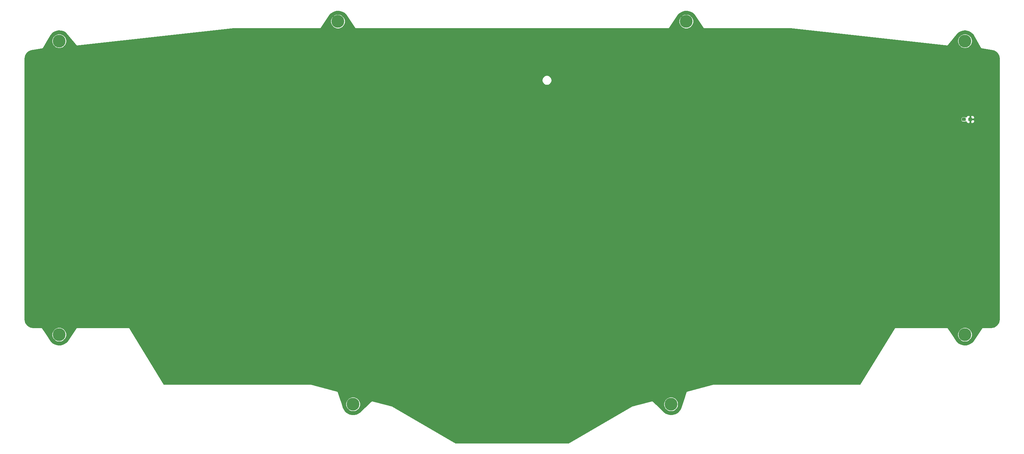
<source format=gbr>
G04 #@! TF.GenerationSoftware,KiCad,Pcbnew,(5.1.4-0)*
G04 #@! TF.CreationDate,2021-10-30T17:16:14-05:00*
G04 #@! TF.ProjectId,top_plate,746f705f-706c-4617-9465-2e6b69636164,rev?*
G04 #@! TF.SameCoordinates,Original*
G04 #@! TF.FileFunction,Copper,L1,Top*
G04 #@! TF.FilePolarity,Positive*
%FSLAX46Y46*%
G04 Gerber Fmt 4.6, Leading zero omitted, Abs format (unit mm)*
G04 Created by KiCad (PCBNEW (5.1.4-0)) date 2021-10-30 17:16:14*
%MOMM*%
%LPD*%
G04 APERTURE LIST*
%ADD10C,0.100000*%
%ADD11C,0.950000*%
%ADD12C,3.500000*%
%ADD13C,0.500000*%
%ADD14C,0.250000*%
%ADD15C,0.254000*%
G04 APERTURE END LIST*
D10*
G36*
X321501376Y-99538770D02*
G01*
X321524431Y-99542189D01*
X321547040Y-99547853D01*
X321568984Y-99555705D01*
X321590054Y-99565670D01*
X321610045Y-99577652D01*
X321628765Y-99591536D01*
X321646035Y-99607188D01*
X321661687Y-99624458D01*
X321675571Y-99643178D01*
X321687553Y-99663169D01*
X321697518Y-99684239D01*
X321705370Y-99706183D01*
X321711034Y-99728792D01*
X321714453Y-99751847D01*
X321715597Y-99775126D01*
X321715597Y-100250126D01*
X321714453Y-100273405D01*
X321711034Y-100296460D01*
X321705370Y-100319069D01*
X321697518Y-100341013D01*
X321687553Y-100362083D01*
X321675571Y-100382074D01*
X321661687Y-100400794D01*
X321646035Y-100418064D01*
X321628765Y-100433716D01*
X321610045Y-100447600D01*
X321590054Y-100459582D01*
X321568984Y-100469547D01*
X321547040Y-100477399D01*
X321524431Y-100483063D01*
X321501376Y-100486482D01*
X321478097Y-100487626D01*
X320903097Y-100487626D01*
X320879818Y-100486482D01*
X320856763Y-100483063D01*
X320834154Y-100477399D01*
X320812210Y-100469547D01*
X320791140Y-100459582D01*
X320771149Y-100447600D01*
X320752429Y-100433716D01*
X320735159Y-100418064D01*
X320719507Y-100400794D01*
X320705623Y-100382074D01*
X320693641Y-100362083D01*
X320683676Y-100341013D01*
X320675824Y-100319069D01*
X320670160Y-100296460D01*
X320666741Y-100273405D01*
X320665597Y-100250126D01*
X320665597Y-99775126D01*
X320666741Y-99751847D01*
X320670160Y-99728792D01*
X320675824Y-99706183D01*
X320683676Y-99684239D01*
X320693641Y-99663169D01*
X320705623Y-99643178D01*
X320719507Y-99624458D01*
X320735159Y-99607188D01*
X320752429Y-99591536D01*
X320771149Y-99577652D01*
X320791140Y-99565670D01*
X320812210Y-99555705D01*
X320834154Y-99547853D01*
X320856763Y-99542189D01*
X320879818Y-99538770D01*
X320903097Y-99537626D01*
X321478097Y-99537626D01*
X321501376Y-99538770D01*
X321501376Y-99538770D01*
G37*
D11*
X321190597Y-100012626D03*
D10*
G36*
X323251376Y-99538770D02*
G01*
X323274431Y-99542189D01*
X323297040Y-99547853D01*
X323318984Y-99555705D01*
X323340054Y-99565670D01*
X323360045Y-99577652D01*
X323378765Y-99591536D01*
X323396035Y-99607188D01*
X323411687Y-99624458D01*
X323425571Y-99643178D01*
X323437553Y-99663169D01*
X323447518Y-99684239D01*
X323455370Y-99706183D01*
X323461034Y-99728792D01*
X323464453Y-99751847D01*
X323465597Y-99775126D01*
X323465597Y-100250126D01*
X323464453Y-100273405D01*
X323461034Y-100296460D01*
X323455370Y-100319069D01*
X323447518Y-100341013D01*
X323437553Y-100362083D01*
X323425571Y-100382074D01*
X323411687Y-100400794D01*
X323396035Y-100418064D01*
X323378765Y-100433716D01*
X323360045Y-100447600D01*
X323340054Y-100459582D01*
X323318984Y-100469547D01*
X323297040Y-100477399D01*
X323274431Y-100483063D01*
X323251376Y-100486482D01*
X323228097Y-100487626D01*
X322653097Y-100487626D01*
X322629818Y-100486482D01*
X322606763Y-100483063D01*
X322584154Y-100477399D01*
X322562210Y-100469547D01*
X322541140Y-100459582D01*
X322521149Y-100447600D01*
X322502429Y-100433716D01*
X322485159Y-100418064D01*
X322469507Y-100400794D01*
X322455623Y-100382074D01*
X322443641Y-100362083D01*
X322433676Y-100341013D01*
X322425824Y-100319069D01*
X322420160Y-100296460D01*
X322416741Y-100273405D01*
X322415597Y-100250126D01*
X322415597Y-99775126D01*
X322416741Y-99751847D01*
X322420160Y-99728792D01*
X322425824Y-99706183D01*
X322433676Y-99684239D01*
X322443641Y-99663169D01*
X322455623Y-99643178D01*
X322469507Y-99624458D01*
X322485159Y-99607188D01*
X322502429Y-99591536D01*
X322521149Y-99577652D01*
X322541140Y-99565670D01*
X322562210Y-99555705D01*
X322584154Y-99547853D01*
X322606763Y-99542189D01*
X322629818Y-99538770D01*
X322653097Y-99537626D01*
X323228097Y-99537626D01*
X323251376Y-99538770D01*
X323251376Y-99538770D01*
G37*
D11*
X322940597Y-100012626D03*
D12*
X73819060Y-78581485D03*
X73820040Y-158948739D03*
X150019380Y-73223743D03*
X154187295Y-177998755D03*
X245269780Y-73223743D03*
X241102993Y-177998755D03*
X321470256Y-78581436D03*
X321470100Y-158948675D03*
D13*
X324446847Y-100012626D03*
D14*
X322940597Y-100012626D02*
X324446847Y-100012626D01*
D15*
G36*
X245956876Y-70484692D02*
G01*
X246475829Y-70670197D01*
X246948874Y-70952972D01*
X247360828Y-71324806D01*
X247529519Y-71528720D01*
X249902320Y-75087923D01*
X249905888Y-75094599D01*
X249914578Y-75105187D01*
X249924769Y-75117630D01*
X249924832Y-75117682D01*
X249924883Y-75117744D01*
X249936232Y-75127058D01*
X249947893Y-75136649D01*
X249947966Y-75136688D01*
X249948028Y-75136739D01*
X249960967Y-75143655D01*
X249974284Y-75150791D01*
X249974363Y-75150815D01*
X249974434Y-75150853D01*
X249988424Y-75155096D01*
X250002928Y-75159513D01*
X250003011Y-75159521D01*
X250003086Y-75159544D01*
X250017628Y-75160976D01*
X250032722Y-75162479D01*
X250040265Y-75161744D01*
X273835895Y-75161605D01*
X316641945Y-79856746D01*
X316649344Y-79858297D01*
X316664523Y-79858453D01*
X316679168Y-79858615D01*
X316679225Y-79858604D01*
X316679283Y-79858605D01*
X316694223Y-79855794D01*
X316708597Y-79853100D01*
X316708649Y-79853079D01*
X316708708Y-79853068D01*
X316723102Y-79847279D01*
X316736384Y-79841949D01*
X316736430Y-79841919D01*
X316736487Y-79841896D01*
X316749124Y-79833639D01*
X316761463Y-79825591D01*
X316761506Y-79825549D01*
X316761552Y-79825519D01*
X316771910Y-79815373D01*
X316782868Y-79804655D01*
X316787136Y-79798418D01*
X317972753Y-78383764D01*
X319463256Y-78383764D01*
X319463256Y-78779108D01*
X319540384Y-79166856D01*
X319691676Y-79532107D01*
X319911317Y-79860824D01*
X320190868Y-80140375D01*
X320519585Y-80360016D01*
X320884836Y-80511308D01*
X321272584Y-80588436D01*
X321667928Y-80588436D01*
X322055676Y-80511308D01*
X322420927Y-80360016D01*
X322749644Y-80140375D01*
X323029195Y-79860824D01*
X323248836Y-79532107D01*
X323400128Y-79166856D01*
X323477256Y-78779108D01*
X323477256Y-78383764D01*
X323400128Y-77996016D01*
X323248836Y-77630765D01*
X323029195Y-77302048D01*
X322749644Y-77022497D01*
X322420927Y-76802856D01*
X322055676Y-76651564D01*
X321667928Y-76574436D01*
X321272584Y-76574436D01*
X320884836Y-76651564D01*
X320519585Y-76802856D01*
X320190868Y-77022497D01*
X319911317Y-77302048D01*
X319691676Y-77630765D01*
X319540384Y-77996016D01*
X319463256Y-78383764D01*
X317972753Y-78383764D01*
X319476176Y-76589911D01*
X319901609Y-76240455D01*
X320386159Y-75980643D01*
X320911935Y-75819897D01*
X321458931Y-75764335D01*
X322006292Y-75816075D01*
X322533185Y-75973150D01*
X323019531Y-76229571D01*
X323446810Y-76575575D01*
X323802855Y-77002913D01*
X323840453Y-77059913D01*
X325826287Y-80568409D01*
X325826323Y-80568519D01*
X325833409Y-80580993D01*
X325837276Y-80587825D01*
X325837349Y-80587929D01*
X325841112Y-80594553D01*
X325845939Y-80600136D01*
X325850192Y-80606179D01*
X325855715Y-80611441D01*
X325860696Y-80617202D01*
X325866518Y-80621734D01*
X325871869Y-80626833D01*
X325878313Y-80630917D01*
X325884322Y-80635595D01*
X325890916Y-80638904D01*
X325897159Y-80642861D01*
X325904276Y-80645609D01*
X325911082Y-80649025D01*
X325918197Y-80650985D01*
X325925091Y-80653647D01*
X325932606Y-80654954D01*
X325932719Y-80654985D01*
X325939867Y-80656217D01*
X325954590Y-80658777D01*
X325954710Y-80658774D01*
X328595556Y-81113795D01*
X328601026Y-81114192D01*
X329046868Y-81157908D01*
X329463238Y-81283617D01*
X329847258Y-81487804D01*
X330184307Y-81762694D01*
X330461539Y-82097811D01*
X330668406Y-82480404D01*
X330797019Y-82895882D01*
X330843234Y-83335591D01*
X330843264Y-83344232D01*
X330843289Y-154774035D01*
X330800116Y-155214340D01*
X330674407Y-155630710D01*
X330470219Y-156014731D01*
X330195330Y-156351779D01*
X329860213Y-156629011D01*
X329477620Y-156835878D01*
X329062142Y-156964491D01*
X328622433Y-157010706D01*
X328613732Y-157010736D01*
X326243900Y-157010800D01*
X326232658Y-157009705D01*
X326202864Y-157012671D01*
X326174220Y-157021393D01*
X326147829Y-157035535D01*
X326124705Y-157054554D01*
X326110485Y-157071917D01*
X326109246Y-157073776D01*
X326105821Y-157077949D01*
X326103223Y-157082810D01*
X323731576Y-160640283D01*
X323357272Y-161049195D01*
X322913287Y-161375694D01*
X322414333Y-161609741D01*
X321879424Y-161742416D01*
X321328939Y-161768666D01*
X320783836Y-161687493D01*
X320264881Y-161501988D01*
X319791834Y-161219212D01*
X319379880Y-160847378D01*
X319211192Y-160643468D01*
X317949549Y-158751003D01*
X319463100Y-158751003D01*
X319463100Y-159146347D01*
X319540228Y-159534095D01*
X319691520Y-159899346D01*
X319911161Y-160228063D01*
X320190712Y-160507614D01*
X320519429Y-160727255D01*
X320884680Y-160878547D01*
X321272428Y-160955675D01*
X321667772Y-160955675D01*
X322055520Y-160878547D01*
X322420771Y-160727255D01*
X322749488Y-160507614D01*
X323029039Y-160228063D01*
X323248680Y-159899346D01*
X323399972Y-159534095D01*
X323477100Y-159146347D01*
X323477100Y-158751003D01*
X323399972Y-158363255D01*
X323248680Y-157998004D01*
X323029039Y-157669287D01*
X322749488Y-157389736D01*
X322420771Y-157170095D01*
X322055520Y-157018803D01*
X321667772Y-156941675D01*
X321272428Y-156941675D01*
X320884680Y-157018803D01*
X320519429Y-157170095D01*
X320190712Y-157389736D01*
X319911161Y-157669287D01*
X319691520Y-157998004D01*
X319540228Y-158363255D01*
X319463100Y-158751003D01*
X317949549Y-158751003D01*
X316837421Y-157082811D01*
X316834818Y-157077942D01*
X316831391Y-157073766D01*
X316830158Y-157071917D01*
X316815938Y-157054554D01*
X316792814Y-157035535D01*
X316766423Y-157021393D01*
X316737779Y-157012671D01*
X316707985Y-157009705D01*
X316696744Y-157010800D01*
X302424643Y-157011161D01*
X302414302Y-157010532D01*
X302402272Y-157012174D01*
X302390220Y-157013361D01*
X302387477Y-157014193D01*
X302384635Y-157014581D01*
X302373166Y-157018534D01*
X302361568Y-157022053D01*
X302359041Y-157023404D01*
X302356328Y-157024339D01*
X302345846Y-157030457D01*
X302335162Y-157036168D01*
X302332948Y-157037985D01*
X302330469Y-157039432D01*
X302321381Y-157047478D01*
X302312018Y-157055163D01*
X302310200Y-157057378D01*
X302308052Y-157059280D01*
X302300711Y-157068941D01*
X302293023Y-157078309D01*
X302288149Y-157087428D01*
X292811555Y-172488732D01*
X252703760Y-172488732D01*
X252701190Y-172488985D01*
X252700992Y-172488979D01*
X252700616Y-172489042D01*
X252681425Y-172490932D01*
X252652773Y-172499623D01*
X252652477Y-172499781D01*
X245391097Y-174457745D01*
X245383744Y-174458966D01*
X245376676Y-174461634D01*
X245376634Y-174461645D01*
X245370658Y-174463905D01*
X245355731Y-174469539D01*
X245355685Y-174469568D01*
X245355642Y-174469584D01*
X245343696Y-174477038D01*
X245330319Y-174485373D01*
X245330282Y-174485408D01*
X245330240Y-174485434D01*
X245319304Y-174495709D01*
X245308485Y-174505861D01*
X245308457Y-174505901D01*
X245308419Y-174505936D01*
X245300012Y-174517708D01*
X245291067Y-174530215D01*
X245291044Y-174530265D01*
X245291018Y-174530302D01*
X245285393Y-174542769D01*
X245281823Y-174550666D01*
X245281805Y-174550720D01*
X245278703Y-174557594D01*
X245277025Y-174564843D01*
X243797869Y-178935467D01*
X243562549Y-179442654D01*
X243237141Y-179889063D01*
X242831216Y-180263770D01*
X242360248Y-180552493D01*
X241842163Y-180744241D01*
X241296702Y-180831706D01*
X240744641Y-180811559D01*
X240207011Y-180684569D01*
X239703229Y-180455088D01*
X239319351Y-180188038D01*
X236778398Y-177801083D01*
X239095993Y-177801083D01*
X239095993Y-178196427D01*
X239173121Y-178584175D01*
X239324413Y-178949426D01*
X239544054Y-179278143D01*
X239823605Y-179557694D01*
X240152322Y-179777335D01*
X240517573Y-179928627D01*
X240905321Y-180005755D01*
X241300665Y-180005755D01*
X241688413Y-179928627D01*
X242053664Y-179777335D01*
X242382381Y-179557694D01*
X242661932Y-179278143D01*
X242881573Y-178949426D01*
X243032865Y-178584175D01*
X243109993Y-178196427D01*
X243109993Y-177801083D01*
X243032865Y-177413335D01*
X242881573Y-177048084D01*
X242661932Y-176719367D01*
X242382381Y-176439816D01*
X242053664Y-176220175D01*
X241688413Y-176068883D01*
X241300665Y-175991755D01*
X240905321Y-175991755D01*
X240517573Y-176068883D01*
X240152322Y-176220175D01*
X239823605Y-176439816D01*
X239544054Y-176719367D01*
X239324413Y-177048084D01*
X239173121Y-177413335D01*
X239095993Y-177801083D01*
X236778398Y-177801083D01*
X236031221Y-177099190D01*
X236024522Y-177091986D01*
X236014256Y-177084574D01*
X236004256Y-177076878D01*
X236002154Y-177075837D01*
X236000246Y-177074460D01*
X235988745Y-177069200D01*
X235977423Y-177063595D01*
X235975154Y-177062983D01*
X235973017Y-177062006D01*
X235960731Y-177059095D01*
X235948513Y-177055802D01*
X235946164Y-177055645D01*
X235943882Y-177055104D01*
X235931264Y-177054646D01*
X235918640Y-177053800D01*
X235916310Y-177054103D01*
X235913961Y-177054018D01*
X235901474Y-177056034D01*
X235888949Y-177057664D01*
X235879641Y-177060808D01*
X230586721Y-178458939D01*
X230574288Y-178461840D01*
X230565433Y-178465854D01*
X230556344Y-178469238D01*
X230545515Y-178475919D01*
X213082540Y-188562390D01*
X182207348Y-188562156D01*
X164744828Y-178475314D01*
X164733944Y-178468599D01*
X164724832Y-178465206D01*
X164716003Y-178461204D01*
X164703614Y-178458312D01*
X159410663Y-177060175D01*
X159401340Y-177057025D01*
X159388788Y-177055392D01*
X159376326Y-177053380D01*
X159373979Y-177053465D01*
X159371648Y-177053162D01*
X159359024Y-177054008D01*
X159346406Y-177054466D01*
X159344124Y-177055006D01*
X159341774Y-177055164D01*
X159329549Y-177058459D01*
X159317271Y-177061368D01*
X159315136Y-177062345D01*
X159312864Y-177062957D01*
X159301519Y-177068573D01*
X159290042Y-177073822D01*
X159288140Y-177075195D01*
X159286031Y-177076239D01*
X159276004Y-177083956D01*
X159265766Y-177091348D01*
X159259074Y-177098544D01*
X155971780Y-180186610D01*
X155511405Y-180496664D01*
X155001991Y-180710380D01*
X154460770Y-180821080D01*
X153908355Y-180824547D01*
X153365783Y-180720651D01*
X152853728Y-180513348D01*
X152391690Y-180210534D01*
X151997267Y-179823744D01*
X151684828Y-179366748D01*
X151492790Y-178935927D01*
X151108724Y-177801083D01*
X152180295Y-177801083D01*
X152180295Y-178196427D01*
X152257423Y-178584175D01*
X152408715Y-178949426D01*
X152628356Y-179278143D01*
X152907907Y-179557694D01*
X153236624Y-179777335D01*
X153601875Y-179928627D01*
X153989623Y-180005755D01*
X154384967Y-180005755D01*
X154772715Y-179928627D01*
X155137966Y-179777335D01*
X155466683Y-179557694D01*
X155746234Y-179278143D01*
X155965875Y-178949426D01*
X156117167Y-178584175D01*
X156194295Y-178196427D01*
X156194295Y-177801083D01*
X156117167Y-177413335D01*
X155965875Y-177048084D01*
X155746234Y-176719367D01*
X155466683Y-176439816D01*
X155137966Y-176220175D01*
X154772715Y-176068883D01*
X154384967Y-175991755D01*
X153989623Y-175991755D01*
X153601875Y-176068883D01*
X153236624Y-176220175D01*
X152907907Y-176439816D01*
X152628356Y-176719367D01*
X152408715Y-177048084D01*
X152257423Y-177413335D01*
X152180295Y-177801083D01*
X151108724Y-177801083D01*
X150013266Y-174564216D01*
X150011585Y-174556955D01*
X150008478Y-174550069D01*
X150008464Y-174550028D01*
X150005739Y-174544000D01*
X149999270Y-174529663D01*
X149999240Y-174529621D01*
X149999220Y-174529577D01*
X149991443Y-174518703D01*
X149981869Y-174505297D01*
X149981826Y-174505257D01*
X149981802Y-174505223D01*
X149972598Y-174496587D01*
X149960048Y-174484795D01*
X149960000Y-174484765D01*
X149959968Y-174484735D01*
X149948447Y-174477556D01*
X149934646Y-174468945D01*
X149934597Y-174468926D01*
X149934556Y-174468901D01*
X149921443Y-174463952D01*
X149913654Y-174461006D01*
X149913599Y-174460991D01*
X149906543Y-174458328D01*
X149899202Y-174457109D01*
X142620888Y-172494580D01*
X142608860Y-172490932D01*
X142599031Y-172489964D01*
X142589295Y-172488341D01*
X142576736Y-172488732D01*
X102479116Y-172489350D01*
X93001014Y-157087435D01*
X92996137Y-157078309D01*
X92988430Y-157068918D01*
X92981101Y-157059274D01*
X92978961Y-157057379D01*
X92977142Y-157055163D01*
X92967758Y-157047462D01*
X92958683Y-157039427D01*
X92956211Y-157037984D01*
X92953998Y-157036168D01*
X92943309Y-157030454D01*
X92932824Y-157024335D01*
X92930114Y-157023401D01*
X92927592Y-157022053D01*
X92915990Y-157018533D01*
X92904516Y-157014579D01*
X92901679Y-157014192D01*
X92898940Y-157013361D01*
X92886877Y-157012173D01*
X92874849Y-157010532D01*
X92864520Y-157011161D01*
X78592260Y-157010800D01*
X78582866Y-157009885D01*
X78553072Y-157012851D01*
X78524428Y-157021573D01*
X78498037Y-157035715D01*
X78474913Y-157054734D01*
X78460693Y-157072097D01*
X78460095Y-157072994D01*
X78456034Y-157077942D01*
X78452950Y-157083712D01*
X76081784Y-160640463D01*
X75707480Y-161049375D01*
X75263495Y-161375874D01*
X74764541Y-161609921D01*
X74229632Y-161742596D01*
X73679147Y-161768846D01*
X73134044Y-161687673D01*
X72615089Y-161502168D01*
X72142042Y-161219392D01*
X71730088Y-160847558D01*
X71561400Y-160643648D01*
X70299680Y-158751067D01*
X71813040Y-158751067D01*
X71813040Y-159146411D01*
X71890168Y-159534159D01*
X72041460Y-159899410D01*
X72261101Y-160228127D01*
X72540652Y-160507678D01*
X72869369Y-160727319D01*
X73234620Y-160878611D01*
X73622368Y-160955739D01*
X74017712Y-160955739D01*
X74405460Y-160878611D01*
X74770711Y-160727319D01*
X75099428Y-160507678D01*
X75378979Y-160228127D01*
X75598620Y-159899410D01*
X75749912Y-159534159D01*
X75827040Y-159146411D01*
X75827040Y-158751067D01*
X75749912Y-158363319D01*
X75598620Y-157998068D01*
X75378979Y-157669351D01*
X75099428Y-157389800D01*
X74770711Y-157170159D01*
X74405460Y-157018867D01*
X74017712Y-156941739D01*
X73622368Y-156941739D01*
X73234620Y-157018867D01*
X72869369Y-157170159D01*
X72540652Y-157389800D01*
X72261101Y-157669351D01*
X72041460Y-157998068D01*
X71890168Y-158363319D01*
X71813040Y-158751067D01*
X70299680Y-158751067D01*
X69188111Y-157083715D01*
X69185016Y-157077926D01*
X69180951Y-157072975D01*
X69180366Y-157072097D01*
X69166146Y-157054734D01*
X69143022Y-157035715D01*
X69116631Y-157021573D01*
X69087987Y-157012851D01*
X69058193Y-157009885D01*
X69048788Y-157010802D01*
X66682716Y-157011160D01*
X66242424Y-156967988D01*
X65826054Y-156842279D01*
X65442033Y-156638091D01*
X65104985Y-156363202D01*
X64827753Y-156028085D01*
X64620886Y-155645492D01*
X64492273Y-155230014D01*
X64446058Y-154790305D01*
X64446027Y-154781378D01*
X64446019Y-154781299D01*
X64446025Y-99775126D01*
X320407354Y-99775126D01*
X320407354Y-100250126D01*
X320416880Y-100346841D01*
X320445090Y-100439839D01*
X320490902Y-100525546D01*
X320552554Y-100600669D01*
X320627677Y-100662321D01*
X320713384Y-100708133D01*
X320806382Y-100736343D01*
X320903097Y-100745869D01*
X321478097Y-100745869D01*
X321574812Y-100736343D01*
X321667810Y-100708133D01*
X321753517Y-100662321D01*
X321794752Y-100628481D01*
X321826095Y-100731806D01*
X321885060Y-100842120D01*
X321964412Y-100938811D01*
X322061103Y-101018163D01*
X322171417Y-101077128D01*
X322291115Y-101113438D01*
X322415597Y-101125698D01*
X322654847Y-101122626D01*
X322813597Y-100963876D01*
X322813597Y-100139626D01*
X323067597Y-100139626D01*
X323067597Y-100963876D01*
X323226347Y-101122626D01*
X323465597Y-101125698D01*
X323590079Y-101113438D01*
X323709777Y-101077128D01*
X323820091Y-101018163D01*
X323916782Y-100938811D01*
X323996134Y-100842120D01*
X324055099Y-100731806D01*
X324091409Y-100612108D01*
X324103669Y-100487626D01*
X324100597Y-100298376D01*
X323941847Y-100139626D01*
X323067597Y-100139626D01*
X322813597Y-100139626D01*
X322793597Y-100139626D01*
X322793597Y-99885626D01*
X322813597Y-99885626D01*
X322813597Y-99061376D01*
X323067597Y-99061376D01*
X323067597Y-99885626D01*
X323941847Y-99885626D01*
X324100597Y-99726876D01*
X324103669Y-99537626D01*
X324091409Y-99413144D01*
X324055099Y-99293446D01*
X323996134Y-99183132D01*
X323916782Y-99086441D01*
X323820091Y-99007089D01*
X323709777Y-98948124D01*
X323590079Y-98911814D01*
X323465597Y-98899554D01*
X323226347Y-98902626D01*
X323067597Y-99061376D01*
X322813597Y-99061376D01*
X322654847Y-98902626D01*
X322415597Y-98899554D01*
X322291115Y-98911814D01*
X322171417Y-98948124D01*
X322061103Y-99007089D01*
X321964412Y-99086441D01*
X321885060Y-99183132D01*
X321826095Y-99293446D01*
X321794752Y-99396771D01*
X321753517Y-99362931D01*
X321667810Y-99317119D01*
X321574812Y-99288909D01*
X321478097Y-99279383D01*
X320903097Y-99279383D01*
X320806382Y-99288909D01*
X320713384Y-99317119D01*
X320627677Y-99362931D01*
X320552554Y-99424583D01*
X320490902Y-99499706D01*
X320445090Y-99585413D01*
X320416880Y-99678411D01*
X320407354Y-99775126D01*
X64446025Y-99775126D01*
X64446027Y-89163399D01*
X205813418Y-89163399D01*
X205813418Y-89430705D01*
X205865567Y-89692874D01*
X205967860Y-89939833D01*
X206116367Y-90162089D01*
X206305381Y-90351103D01*
X206527637Y-90499610D01*
X206774596Y-90601903D01*
X207036765Y-90654052D01*
X207304071Y-90654052D01*
X207566240Y-90601903D01*
X207813199Y-90499610D01*
X208035455Y-90351103D01*
X208224469Y-90162089D01*
X208372976Y-89939833D01*
X208475269Y-89692874D01*
X208527418Y-89430705D01*
X208527418Y-89163399D01*
X208475269Y-88901230D01*
X208372976Y-88654271D01*
X208224469Y-88432015D01*
X208035455Y-88243001D01*
X207813199Y-88094494D01*
X207566240Y-87992201D01*
X207304071Y-87940052D01*
X207036765Y-87940052D01*
X206774596Y-87992201D01*
X206527637Y-88094494D01*
X206305381Y-88243001D01*
X206116367Y-88432015D01*
X205967860Y-88654271D01*
X205865567Y-88901230D01*
X205813418Y-89163399D01*
X64446027Y-89163399D01*
X64446028Y-83351427D01*
X64489200Y-82911132D01*
X64614909Y-82494762D01*
X64819096Y-82110742D01*
X65093986Y-81773693D01*
X65429103Y-81496461D01*
X65811696Y-81289594D01*
X66227174Y-81160981D01*
X66666459Y-81114811D01*
X66671352Y-81115420D01*
X66693735Y-81113795D01*
X69334587Y-80658774D01*
X69334701Y-80658777D01*
X69348695Y-80656343D01*
X69356573Y-80654986D01*
X69356697Y-80654952D01*
X69364200Y-80653647D01*
X69371082Y-80650990D01*
X69378210Y-80649026D01*
X69385031Y-80645603D01*
X69392131Y-80642861D01*
X69398359Y-80638914D01*
X69404970Y-80635596D01*
X69410994Y-80630906D01*
X69417421Y-80626833D01*
X69422758Y-80621748D01*
X69428596Y-80617203D01*
X69433592Y-80611425D01*
X69439098Y-80606179D01*
X69443340Y-80600152D01*
X69448180Y-80594554D01*
X69451950Y-80587917D01*
X69452015Y-80587825D01*
X69455452Y-80581753D01*
X69462969Y-80568520D01*
X69463008Y-80568404D01*
X70699503Y-78383813D01*
X71812060Y-78383813D01*
X71812060Y-78779157D01*
X71889188Y-79166905D01*
X72040480Y-79532156D01*
X72260121Y-79860873D01*
X72539672Y-80140424D01*
X72868389Y-80360065D01*
X73233640Y-80511357D01*
X73621388Y-80588485D01*
X74016732Y-80588485D01*
X74404480Y-80511357D01*
X74769731Y-80360065D01*
X75098448Y-80140424D01*
X75377999Y-79860873D01*
X75597640Y-79532156D01*
X75748932Y-79166905D01*
X75826060Y-78779157D01*
X75826060Y-78383813D01*
X75748932Y-77996065D01*
X75597640Y-77630814D01*
X75377999Y-77302097D01*
X75098448Y-77022546D01*
X74769731Y-76802905D01*
X74404480Y-76651613D01*
X74016732Y-76574485D01*
X73621388Y-76574485D01*
X73233640Y-76651613D01*
X72868389Y-76802905D01*
X72539672Y-77022546D01*
X72260121Y-77302097D01*
X72040480Y-77630814D01*
X71889188Y-77996065D01*
X71812060Y-78383813D01*
X70699503Y-78383813D01*
X71445693Y-77065474D01*
X71787900Y-76630905D01*
X72205470Y-76273248D01*
X72684559Y-76003507D01*
X73206921Y-75831956D01*
X73752647Y-75765135D01*
X74300961Y-75805586D01*
X74830977Y-75951769D01*
X75322509Y-76198117D01*
X75761892Y-76539173D01*
X75809002Y-76585001D01*
X78502160Y-79798424D01*
X78506424Y-79804655D01*
X78516394Y-79814406D01*
X78527739Y-79825519D01*
X78527791Y-79825553D01*
X78527830Y-79825591D01*
X78539270Y-79833053D01*
X78552804Y-79841896D01*
X78552863Y-79841920D01*
X78552908Y-79841949D01*
X78565729Y-79847094D01*
X78580583Y-79853068D01*
X78580644Y-79853079D01*
X78580695Y-79853100D01*
X78594825Y-79855748D01*
X78610008Y-79858605D01*
X78610067Y-79858604D01*
X78610124Y-79858615D01*
X78624776Y-79858453D01*
X78639948Y-79858297D01*
X78647347Y-79856746D01*
X121453406Y-75161605D01*
X145250586Y-75161744D01*
X145258129Y-75162479D01*
X145273129Y-75160986D01*
X145287766Y-75159544D01*
X145287841Y-75159521D01*
X145287923Y-75159513D01*
X145302167Y-75155176D01*
X145316418Y-75150853D01*
X145316490Y-75150814D01*
X145316567Y-75150791D01*
X145329493Y-75143865D01*
X145342824Y-75136739D01*
X145342888Y-75136687D01*
X145342958Y-75136649D01*
X145354159Y-75127437D01*
X145365969Y-75117744D01*
X145366022Y-75117679D01*
X145366082Y-75117630D01*
X145375378Y-75106279D01*
X145384964Y-75094599D01*
X145388536Y-75087916D01*
X146763098Y-73026071D01*
X148012380Y-73026071D01*
X148012380Y-73421415D01*
X148089508Y-73809163D01*
X148240800Y-74174414D01*
X148460441Y-74503131D01*
X148739992Y-74782682D01*
X149068709Y-75002323D01*
X149433960Y-75153615D01*
X149821708Y-75230743D01*
X150217052Y-75230743D01*
X150604800Y-75153615D01*
X150970051Y-75002323D01*
X151298768Y-74782682D01*
X151578319Y-74503131D01*
X151797960Y-74174414D01*
X151949252Y-73809163D01*
X152026380Y-73421415D01*
X152026380Y-73026071D01*
X151949252Y-72638323D01*
X151797960Y-72273072D01*
X151578319Y-71944355D01*
X151298768Y-71664804D01*
X150970051Y-71445163D01*
X150604800Y-71293871D01*
X150217052Y-71216743D01*
X149821708Y-71216743D01*
X149433960Y-71293871D01*
X149068709Y-71445163D01*
X148739992Y-71664804D01*
X148460441Y-71944355D01*
X148240800Y-72273072D01*
X148089508Y-72638323D01*
X148012380Y-73026071D01*
X146763098Y-73026071D01*
X147759214Y-71531898D01*
X148133516Y-71122989D01*
X148577504Y-70796489D01*
X149076455Y-70562443D01*
X149611364Y-70429768D01*
X150161849Y-70403518D01*
X150706956Y-70484692D01*
X151225909Y-70670197D01*
X151698954Y-70952972D01*
X152110908Y-71324806D01*
X152279599Y-71528720D01*
X154652395Y-75087915D01*
X154655967Y-75094599D01*
X154665553Y-75106279D01*
X154674849Y-75117630D01*
X154674909Y-75117679D01*
X154674962Y-75117744D01*
X154686772Y-75127437D01*
X154697973Y-75136649D01*
X154698043Y-75136687D01*
X154698107Y-75136739D01*
X154711438Y-75143865D01*
X154724364Y-75150791D01*
X154724441Y-75150814D01*
X154724513Y-75150853D01*
X154738764Y-75155176D01*
X154753008Y-75159513D01*
X154753090Y-75159521D01*
X154753165Y-75159544D01*
X154767802Y-75160986D01*
X154782802Y-75162479D01*
X154790344Y-75161744D01*
X240500507Y-75161744D01*
X240508049Y-75162479D01*
X240522955Y-75160995D01*
X240537687Y-75159544D01*
X240537763Y-75159521D01*
X240537843Y-75159513D01*
X240551827Y-75155255D01*
X240566339Y-75150853D01*
X240566413Y-75150814D01*
X240566487Y-75150791D01*
X240579021Y-75144074D01*
X240592745Y-75136739D01*
X240592811Y-75136685D01*
X240592878Y-75136649D01*
X240603619Y-75127815D01*
X240615890Y-75117744D01*
X240615945Y-75117677D01*
X240616002Y-75117630D01*
X240624820Y-75106863D01*
X240634885Y-75094599D01*
X240638461Y-75087908D01*
X242013018Y-73026071D01*
X243262780Y-73026071D01*
X243262780Y-73421415D01*
X243339908Y-73809163D01*
X243491200Y-74174414D01*
X243710841Y-74503131D01*
X243990392Y-74782682D01*
X244319109Y-75002323D01*
X244684360Y-75153615D01*
X245072108Y-75230743D01*
X245467452Y-75230743D01*
X245855200Y-75153615D01*
X246220451Y-75002323D01*
X246549168Y-74782682D01*
X246828719Y-74503131D01*
X247048360Y-74174414D01*
X247199652Y-73809163D01*
X247276780Y-73421415D01*
X247276780Y-73026071D01*
X247199652Y-72638323D01*
X247048360Y-72273072D01*
X246828719Y-71944355D01*
X246549168Y-71664804D01*
X246220451Y-71445163D01*
X245855200Y-71293871D01*
X245467452Y-71216743D01*
X245072108Y-71216743D01*
X244684360Y-71293871D01*
X244319109Y-71445163D01*
X243990392Y-71664804D01*
X243710841Y-71944355D01*
X243491200Y-72273072D01*
X243339908Y-72638323D01*
X243262780Y-73026071D01*
X242013018Y-73026071D01*
X243009134Y-71531898D01*
X243383436Y-71122989D01*
X243827424Y-70796489D01*
X244326375Y-70562443D01*
X244861284Y-70429768D01*
X245411769Y-70403518D01*
X245956876Y-70484692D01*
X245956876Y-70484692D01*
G37*
X245956876Y-70484692D02*
X246475829Y-70670197D01*
X246948874Y-70952972D01*
X247360828Y-71324806D01*
X247529519Y-71528720D01*
X249902320Y-75087923D01*
X249905888Y-75094599D01*
X249914578Y-75105187D01*
X249924769Y-75117630D01*
X249924832Y-75117682D01*
X249924883Y-75117744D01*
X249936232Y-75127058D01*
X249947893Y-75136649D01*
X249947966Y-75136688D01*
X249948028Y-75136739D01*
X249960967Y-75143655D01*
X249974284Y-75150791D01*
X249974363Y-75150815D01*
X249974434Y-75150853D01*
X249988424Y-75155096D01*
X250002928Y-75159513D01*
X250003011Y-75159521D01*
X250003086Y-75159544D01*
X250017628Y-75160976D01*
X250032722Y-75162479D01*
X250040265Y-75161744D01*
X273835895Y-75161605D01*
X316641945Y-79856746D01*
X316649344Y-79858297D01*
X316664523Y-79858453D01*
X316679168Y-79858615D01*
X316679225Y-79858604D01*
X316679283Y-79858605D01*
X316694223Y-79855794D01*
X316708597Y-79853100D01*
X316708649Y-79853079D01*
X316708708Y-79853068D01*
X316723102Y-79847279D01*
X316736384Y-79841949D01*
X316736430Y-79841919D01*
X316736487Y-79841896D01*
X316749124Y-79833639D01*
X316761463Y-79825591D01*
X316761506Y-79825549D01*
X316761552Y-79825519D01*
X316771910Y-79815373D01*
X316782868Y-79804655D01*
X316787136Y-79798418D01*
X317972753Y-78383764D01*
X319463256Y-78383764D01*
X319463256Y-78779108D01*
X319540384Y-79166856D01*
X319691676Y-79532107D01*
X319911317Y-79860824D01*
X320190868Y-80140375D01*
X320519585Y-80360016D01*
X320884836Y-80511308D01*
X321272584Y-80588436D01*
X321667928Y-80588436D01*
X322055676Y-80511308D01*
X322420927Y-80360016D01*
X322749644Y-80140375D01*
X323029195Y-79860824D01*
X323248836Y-79532107D01*
X323400128Y-79166856D01*
X323477256Y-78779108D01*
X323477256Y-78383764D01*
X323400128Y-77996016D01*
X323248836Y-77630765D01*
X323029195Y-77302048D01*
X322749644Y-77022497D01*
X322420927Y-76802856D01*
X322055676Y-76651564D01*
X321667928Y-76574436D01*
X321272584Y-76574436D01*
X320884836Y-76651564D01*
X320519585Y-76802856D01*
X320190868Y-77022497D01*
X319911317Y-77302048D01*
X319691676Y-77630765D01*
X319540384Y-77996016D01*
X319463256Y-78383764D01*
X317972753Y-78383764D01*
X319476176Y-76589911D01*
X319901609Y-76240455D01*
X320386159Y-75980643D01*
X320911935Y-75819897D01*
X321458931Y-75764335D01*
X322006292Y-75816075D01*
X322533185Y-75973150D01*
X323019531Y-76229571D01*
X323446810Y-76575575D01*
X323802855Y-77002913D01*
X323840453Y-77059913D01*
X325826287Y-80568409D01*
X325826323Y-80568519D01*
X325833409Y-80580993D01*
X325837276Y-80587825D01*
X325837349Y-80587929D01*
X325841112Y-80594553D01*
X325845939Y-80600136D01*
X325850192Y-80606179D01*
X325855715Y-80611441D01*
X325860696Y-80617202D01*
X325866518Y-80621734D01*
X325871869Y-80626833D01*
X325878313Y-80630917D01*
X325884322Y-80635595D01*
X325890916Y-80638904D01*
X325897159Y-80642861D01*
X325904276Y-80645609D01*
X325911082Y-80649025D01*
X325918197Y-80650985D01*
X325925091Y-80653647D01*
X325932606Y-80654954D01*
X325932719Y-80654985D01*
X325939867Y-80656217D01*
X325954590Y-80658777D01*
X325954710Y-80658774D01*
X328595556Y-81113795D01*
X328601026Y-81114192D01*
X329046868Y-81157908D01*
X329463238Y-81283617D01*
X329847258Y-81487804D01*
X330184307Y-81762694D01*
X330461539Y-82097811D01*
X330668406Y-82480404D01*
X330797019Y-82895882D01*
X330843234Y-83335591D01*
X330843264Y-83344232D01*
X330843289Y-154774035D01*
X330800116Y-155214340D01*
X330674407Y-155630710D01*
X330470219Y-156014731D01*
X330195330Y-156351779D01*
X329860213Y-156629011D01*
X329477620Y-156835878D01*
X329062142Y-156964491D01*
X328622433Y-157010706D01*
X328613732Y-157010736D01*
X326243900Y-157010800D01*
X326232658Y-157009705D01*
X326202864Y-157012671D01*
X326174220Y-157021393D01*
X326147829Y-157035535D01*
X326124705Y-157054554D01*
X326110485Y-157071917D01*
X326109246Y-157073776D01*
X326105821Y-157077949D01*
X326103223Y-157082810D01*
X323731576Y-160640283D01*
X323357272Y-161049195D01*
X322913287Y-161375694D01*
X322414333Y-161609741D01*
X321879424Y-161742416D01*
X321328939Y-161768666D01*
X320783836Y-161687493D01*
X320264881Y-161501988D01*
X319791834Y-161219212D01*
X319379880Y-160847378D01*
X319211192Y-160643468D01*
X317949549Y-158751003D01*
X319463100Y-158751003D01*
X319463100Y-159146347D01*
X319540228Y-159534095D01*
X319691520Y-159899346D01*
X319911161Y-160228063D01*
X320190712Y-160507614D01*
X320519429Y-160727255D01*
X320884680Y-160878547D01*
X321272428Y-160955675D01*
X321667772Y-160955675D01*
X322055520Y-160878547D01*
X322420771Y-160727255D01*
X322749488Y-160507614D01*
X323029039Y-160228063D01*
X323248680Y-159899346D01*
X323399972Y-159534095D01*
X323477100Y-159146347D01*
X323477100Y-158751003D01*
X323399972Y-158363255D01*
X323248680Y-157998004D01*
X323029039Y-157669287D01*
X322749488Y-157389736D01*
X322420771Y-157170095D01*
X322055520Y-157018803D01*
X321667772Y-156941675D01*
X321272428Y-156941675D01*
X320884680Y-157018803D01*
X320519429Y-157170095D01*
X320190712Y-157389736D01*
X319911161Y-157669287D01*
X319691520Y-157998004D01*
X319540228Y-158363255D01*
X319463100Y-158751003D01*
X317949549Y-158751003D01*
X316837421Y-157082811D01*
X316834818Y-157077942D01*
X316831391Y-157073766D01*
X316830158Y-157071917D01*
X316815938Y-157054554D01*
X316792814Y-157035535D01*
X316766423Y-157021393D01*
X316737779Y-157012671D01*
X316707985Y-157009705D01*
X316696744Y-157010800D01*
X302424643Y-157011161D01*
X302414302Y-157010532D01*
X302402272Y-157012174D01*
X302390220Y-157013361D01*
X302387477Y-157014193D01*
X302384635Y-157014581D01*
X302373166Y-157018534D01*
X302361568Y-157022053D01*
X302359041Y-157023404D01*
X302356328Y-157024339D01*
X302345846Y-157030457D01*
X302335162Y-157036168D01*
X302332948Y-157037985D01*
X302330469Y-157039432D01*
X302321381Y-157047478D01*
X302312018Y-157055163D01*
X302310200Y-157057378D01*
X302308052Y-157059280D01*
X302300711Y-157068941D01*
X302293023Y-157078309D01*
X302288149Y-157087428D01*
X292811555Y-172488732D01*
X252703760Y-172488732D01*
X252701190Y-172488985D01*
X252700992Y-172488979D01*
X252700616Y-172489042D01*
X252681425Y-172490932D01*
X252652773Y-172499623D01*
X252652477Y-172499781D01*
X245391097Y-174457745D01*
X245383744Y-174458966D01*
X245376676Y-174461634D01*
X245376634Y-174461645D01*
X245370658Y-174463905D01*
X245355731Y-174469539D01*
X245355685Y-174469568D01*
X245355642Y-174469584D01*
X245343696Y-174477038D01*
X245330319Y-174485373D01*
X245330282Y-174485408D01*
X245330240Y-174485434D01*
X245319304Y-174495709D01*
X245308485Y-174505861D01*
X245308457Y-174505901D01*
X245308419Y-174505936D01*
X245300012Y-174517708D01*
X245291067Y-174530215D01*
X245291044Y-174530265D01*
X245291018Y-174530302D01*
X245285393Y-174542769D01*
X245281823Y-174550666D01*
X245281805Y-174550720D01*
X245278703Y-174557594D01*
X245277025Y-174564843D01*
X243797869Y-178935467D01*
X243562549Y-179442654D01*
X243237141Y-179889063D01*
X242831216Y-180263770D01*
X242360248Y-180552493D01*
X241842163Y-180744241D01*
X241296702Y-180831706D01*
X240744641Y-180811559D01*
X240207011Y-180684569D01*
X239703229Y-180455088D01*
X239319351Y-180188038D01*
X236778398Y-177801083D01*
X239095993Y-177801083D01*
X239095993Y-178196427D01*
X239173121Y-178584175D01*
X239324413Y-178949426D01*
X239544054Y-179278143D01*
X239823605Y-179557694D01*
X240152322Y-179777335D01*
X240517573Y-179928627D01*
X240905321Y-180005755D01*
X241300665Y-180005755D01*
X241688413Y-179928627D01*
X242053664Y-179777335D01*
X242382381Y-179557694D01*
X242661932Y-179278143D01*
X242881573Y-178949426D01*
X243032865Y-178584175D01*
X243109993Y-178196427D01*
X243109993Y-177801083D01*
X243032865Y-177413335D01*
X242881573Y-177048084D01*
X242661932Y-176719367D01*
X242382381Y-176439816D01*
X242053664Y-176220175D01*
X241688413Y-176068883D01*
X241300665Y-175991755D01*
X240905321Y-175991755D01*
X240517573Y-176068883D01*
X240152322Y-176220175D01*
X239823605Y-176439816D01*
X239544054Y-176719367D01*
X239324413Y-177048084D01*
X239173121Y-177413335D01*
X239095993Y-177801083D01*
X236778398Y-177801083D01*
X236031221Y-177099190D01*
X236024522Y-177091986D01*
X236014256Y-177084574D01*
X236004256Y-177076878D01*
X236002154Y-177075837D01*
X236000246Y-177074460D01*
X235988745Y-177069200D01*
X235977423Y-177063595D01*
X235975154Y-177062983D01*
X235973017Y-177062006D01*
X235960731Y-177059095D01*
X235948513Y-177055802D01*
X235946164Y-177055645D01*
X235943882Y-177055104D01*
X235931264Y-177054646D01*
X235918640Y-177053800D01*
X235916310Y-177054103D01*
X235913961Y-177054018D01*
X235901474Y-177056034D01*
X235888949Y-177057664D01*
X235879641Y-177060808D01*
X230586721Y-178458939D01*
X230574288Y-178461840D01*
X230565433Y-178465854D01*
X230556344Y-178469238D01*
X230545515Y-178475919D01*
X213082540Y-188562390D01*
X182207348Y-188562156D01*
X164744828Y-178475314D01*
X164733944Y-178468599D01*
X164724832Y-178465206D01*
X164716003Y-178461204D01*
X164703614Y-178458312D01*
X159410663Y-177060175D01*
X159401340Y-177057025D01*
X159388788Y-177055392D01*
X159376326Y-177053380D01*
X159373979Y-177053465D01*
X159371648Y-177053162D01*
X159359024Y-177054008D01*
X159346406Y-177054466D01*
X159344124Y-177055006D01*
X159341774Y-177055164D01*
X159329549Y-177058459D01*
X159317271Y-177061368D01*
X159315136Y-177062345D01*
X159312864Y-177062957D01*
X159301519Y-177068573D01*
X159290042Y-177073822D01*
X159288140Y-177075195D01*
X159286031Y-177076239D01*
X159276004Y-177083956D01*
X159265766Y-177091348D01*
X159259074Y-177098544D01*
X155971780Y-180186610D01*
X155511405Y-180496664D01*
X155001991Y-180710380D01*
X154460770Y-180821080D01*
X153908355Y-180824547D01*
X153365783Y-180720651D01*
X152853728Y-180513348D01*
X152391690Y-180210534D01*
X151997267Y-179823744D01*
X151684828Y-179366748D01*
X151492790Y-178935927D01*
X151108724Y-177801083D01*
X152180295Y-177801083D01*
X152180295Y-178196427D01*
X152257423Y-178584175D01*
X152408715Y-178949426D01*
X152628356Y-179278143D01*
X152907907Y-179557694D01*
X153236624Y-179777335D01*
X153601875Y-179928627D01*
X153989623Y-180005755D01*
X154384967Y-180005755D01*
X154772715Y-179928627D01*
X155137966Y-179777335D01*
X155466683Y-179557694D01*
X155746234Y-179278143D01*
X155965875Y-178949426D01*
X156117167Y-178584175D01*
X156194295Y-178196427D01*
X156194295Y-177801083D01*
X156117167Y-177413335D01*
X155965875Y-177048084D01*
X155746234Y-176719367D01*
X155466683Y-176439816D01*
X155137966Y-176220175D01*
X154772715Y-176068883D01*
X154384967Y-175991755D01*
X153989623Y-175991755D01*
X153601875Y-176068883D01*
X153236624Y-176220175D01*
X152907907Y-176439816D01*
X152628356Y-176719367D01*
X152408715Y-177048084D01*
X152257423Y-177413335D01*
X152180295Y-177801083D01*
X151108724Y-177801083D01*
X150013266Y-174564216D01*
X150011585Y-174556955D01*
X150008478Y-174550069D01*
X150008464Y-174550028D01*
X150005739Y-174544000D01*
X149999270Y-174529663D01*
X149999240Y-174529621D01*
X149999220Y-174529577D01*
X149991443Y-174518703D01*
X149981869Y-174505297D01*
X149981826Y-174505257D01*
X149981802Y-174505223D01*
X149972598Y-174496587D01*
X149960048Y-174484795D01*
X149960000Y-174484765D01*
X149959968Y-174484735D01*
X149948447Y-174477556D01*
X149934646Y-174468945D01*
X149934597Y-174468926D01*
X149934556Y-174468901D01*
X149921443Y-174463952D01*
X149913654Y-174461006D01*
X149913599Y-174460991D01*
X149906543Y-174458328D01*
X149899202Y-174457109D01*
X142620888Y-172494580D01*
X142608860Y-172490932D01*
X142599031Y-172489964D01*
X142589295Y-172488341D01*
X142576736Y-172488732D01*
X102479116Y-172489350D01*
X93001014Y-157087435D01*
X92996137Y-157078309D01*
X92988430Y-157068918D01*
X92981101Y-157059274D01*
X92978961Y-157057379D01*
X92977142Y-157055163D01*
X92967758Y-157047462D01*
X92958683Y-157039427D01*
X92956211Y-157037984D01*
X92953998Y-157036168D01*
X92943309Y-157030454D01*
X92932824Y-157024335D01*
X92930114Y-157023401D01*
X92927592Y-157022053D01*
X92915990Y-157018533D01*
X92904516Y-157014579D01*
X92901679Y-157014192D01*
X92898940Y-157013361D01*
X92886877Y-157012173D01*
X92874849Y-157010532D01*
X92864520Y-157011161D01*
X78592260Y-157010800D01*
X78582866Y-157009885D01*
X78553072Y-157012851D01*
X78524428Y-157021573D01*
X78498037Y-157035715D01*
X78474913Y-157054734D01*
X78460693Y-157072097D01*
X78460095Y-157072994D01*
X78456034Y-157077942D01*
X78452950Y-157083712D01*
X76081784Y-160640463D01*
X75707480Y-161049375D01*
X75263495Y-161375874D01*
X74764541Y-161609921D01*
X74229632Y-161742596D01*
X73679147Y-161768846D01*
X73134044Y-161687673D01*
X72615089Y-161502168D01*
X72142042Y-161219392D01*
X71730088Y-160847558D01*
X71561400Y-160643648D01*
X70299680Y-158751067D01*
X71813040Y-158751067D01*
X71813040Y-159146411D01*
X71890168Y-159534159D01*
X72041460Y-159899410D01*
X72261101Y-160228127D01*
X72540652Y-160507678D01*
X72869369Y-160727319D01*
X73234620Y-160878611D01*
X73622368Y-160955739D01*
X74017712Y-160955739D01*
X74405460Y-160878611D01*
X74770711Y-160727319D01*
X75099428Y-160507678D01*
X75378979Y-160228127D01*
X75598620Y-159899410D01*
X75749912Y-159534159D01*
X75827040Y-159146411D01*
X75827040Y-158751067D01*
X75749912Y-158363319D01*
X75598620Y-157998068D01*
X75378979Y-157669351D01*
X75099428Y-157389800D01*
X74770711Y-157170159D01*
X74405460Y-157018867D01*
X74017712Y-156941739D01*
X73622368Y-156941739D01*
X73234620Y-157018867D01*
X72869369Y-157170159D01*
X72540652Y-157389800D01*
X72261101Y-157669351D01*
X72041460Y-157998068D01*
X71890168Y-158363319D01*
X71813040Y-158751067D01*
X70299680Y-158751067D01*
X69188111Y-157083715D01*
X69185016Y-157077926D01*
X69180951Y-157072975D01*
X69180366Y-157072097D01*
X69166146Y-157054734D01*
X69143022Y-157035715D01*
X69116631Y-157021573D01*
X69087987Y-157012851D01*
X69058193Y-157009885D01*
X69048788Y-157010802D01*
X66682716Y-157011160D01*
X66242424Y-156967988D01*
X65826054Y-156842279D01*
X65442033Y-156638091D01*
X65104985Y-156363202D01*
X64827753Y-156028085D01*
X64620886Y-155645492D01*
X64492273Y-155230014D01*
X64446058Y-154790305D01*
X64446027Y-154781378D01*
X64446019Y-154781299D01*
X64446025Y-99775126D01*
X320407354Y-99775126D01*
X320407354Y-100250126D01*
X320416880Y-100346841D01*
X320445090Y-100439839D01*
X320490902Y-100525546D01*
X320552554Y-100600669D01*
X320627677Y-100662321D01*
X320713384Y-100708133D01*
X320806382Y-100736343D01*
X320903097Y-100745869D01*
X321478097Y-100745869D01*
X321574812Y-100736343D01*
X321667810Y-100708133D01*
X321753517Y-100662321D01*
X321794752Y-100628481D01*
X321826095Y-100731806D01*
X321885060Y-100842120D01*
X321964412Y-100938811D01*
X322061103Y-101018163D01*
X322171417Y-101077128D01*
X322291115Y-101113438D01*
X322415597Y-101125698D01*
X322654847Y-101122626D01*
X322813597Y-100963876D01*
X322813597Y-100139626D01*
X323067597Y-100139626D01*
X323067597Y-100963876D01*
X323226347Y-101122626D01*
X323465597Y-101125698D01*
X323590079Y-101113438D01*
X323709777Y-101077128D01*
X323820091Y-101018163D01*
X323916782Y-100938811D01*
X323996134Y-100842120D01*
X324055099Y-100731806D01*
X324091409Y-100612108D01*
X324103669Y-100487626D01*
X324100597Y-100298376D01*
X323941847Y-100139626D01*
X323067597Y-100139626D01*
X322813597Y-100139626D01*
X322793597Y-100139626D01*
X322793597Y-99885626D01*
X322813597Y-99885626D01*
X322813597Y-99061376D01*
X323067597Y-99061376D01*
X323067597Y-99885626D01*
X323941847Y-99885626D01*
X324100597Y-99726876D01*
X324103669Y-99537626D01*
X324091409Y-99413144D01*
X324055099Y-99293446D01*
X323996134Y-99183132D01*
X323916782Y-99086441D01*
X323820091Y-99007089D01*
X323709777Y-98948124D01*
X323590079Y-98911814D01*
X323465597Y-98899554D01*
X323226347Y-98902626D01*
X323067597Y-99061376D01*
X322813597Y-99061376D01*
X322654847Y-98902626D01*
X322415597Y-98899554D01*
X322291115Y-98911814D01*
X322171417Y-98948124D01*
X322061103Y-99007089D01*
X321964412Y-99086441D01*
X321885060Y-99183132D01*
X321826095Y-99293446D01*
X321794752Y-99396771D01*
X321753517Y-99362931D01*
X321667810Y-99317119D01*
X321574812Y-99288909D01*
X321478097Y-99279383D01*
X320903097Y-99279383D01*
X320806382Y-99288909D01*
X320713384Y-99317119D01*
X320627677Y-99362931D01*
X320552554Y-99424583D01*
X320490902Y-99499706D01*
X320445090Y-99585413D01*
X320416880Y-99678411D01*
X320407354Y-99775126D01*
X64446025Y-99775126D01*
X64446027Y-89163399D01*
X205813418Y-89163399D01*
X205813418Y-89430705D01*
X205865567Y-89692874D01*
X205967860Y-89939833D01*
X206116367Y-90162089D01*
X206305381Y-90351103D01*
X206527637Y-90499610D01*
X206774596Y-90601903D01*
X207036765Y-90654052D01*
X207304071Y-90654052D01*
X207566240Y-90601903D01*
X207813199Y-90499610D01*
X208035455Y-90351103D01*
X208224469Y-90162089D01*
X208372976Y-89939833D01*
X208475269Y-89692874D01*
X208527418Y-89430705D01*
X208527418Y-89163399D01*
X208475269Y-88901230D01*
X208372976Y-88654271D01*
X208224469Y-88432015D01*
X208035455Y-88243001D01*
X207813199Y-88094494D01*
X207566240Y-87992201D01*
X207304071Y-87940052D01*
X207036765Y-87940052D01*
X206774596Y-87992201D01*
X206527637Y-88094494D01*
X206305381Y-88243001D01*
X206116367Y-88432015D01*
X205967860Y-88654271D01*
X205865567Y-88901230D01*
X205813418Y-89163399D01*
X64446027Y-89163399D01*
X64446028Y-83351427D01*
X64489200Y-82911132D01*
X64614909Y-82494762D01*
X64819096Y-82110742D01*
X65093986Y-81773693D01*
X65429103Y-81496461D01*
X65811696Y-81289594D01*
X66227174Y-81160981D01*
X66666459Y-81114811D01*
X66671352Y-81115420D01*
X66693735Y-81113795D01*
X69334587Y-80658774D01*
X69334701Y-80658777D01*
X69348695Y-80656343D01*
X69356573Y-80654986D01*
X69356697Y-80654952D01*
X69364200Y-80653647D01*
X69371082Y-80650990D01*
X69378210Y-80649026D01*
X69385031Y-80645603D01*
X69392131Y-80642861D01*
X69398359Y-80638914D01*
X69404970Y-80635596D01*
X69410994Y-80630906D01*
X69417421Y-80626833D01*
X69422758Y-80621748D01*
X69428596Y-80617203D01*
X69433592Y-80611425D01*
X69439098Y-80606179D01*
X69443340Y-80600152D01*
X69448180Y-80594554D01*
X69451950Y-80587917D01*
X69452015Y-80587825D01*
X69455452Y-80581753D01*
X69462969Y-80568520D01*
X69463008Y-80568404D01*
X70699503Y-78383813D01*
X71812060Y-78383813D01*
X71812060Y-78779157D01*
X71889188Y-79166905D01*
X72040480Y-79532156D01*
X72260121Y-79860873D01*
X72539672Y-80140424D01*
X72868389Y-80360065D01*
X73233640Y-80511357D01*
X73621388Y-80588485D01*
X74016732Y-80588485D01*
X74404480Y-80511357D01*
X74769731Y-80360065D01*
X75098448Y-80140424D01*
X75377999Y-79860873D01*
X75597640Y-79532156D01*
X75748932Y-79166905D01*
X75826060Y-78779157D01*
X75826060Y-78383813D01*
X75748932Y-77996065D01*
X75597640Y-77630814D01*
X75377999Y-77302097D01*
X75098448Y-77022546D01*
X74769731Y-76802905D01*
X74404480Y-76651613D01*
X74016732Y-76574485D01*
X73621388Y-76574485D01*
X73233640Y-76651613D01*
X72868389Y-76802905D01*
X72539672Y-77022546D01*
X72260121Y-77302097D01*
X72040480Y-77630814D01*
X71889188Y-77996065D01*
X71812060Y-78383813D01*
X70699503Y-78383813D01*
X71445693Y-77065474D01*
X71787900Y-76630905D01*
X72205470Y-76273248D01*
X72684559Y-76003507D01*
X73206921Y-75831956D01*
X73752647Y-75765135D01*
X74300961Y-75805586D01*
X74830977Y-75951769D01*
X75322509Y-76198117D01*
X75761892Y-76539173D01*
X75809002Y-76585001D01*
X78502160Y-79798424D01*
X78506424Y-79804655D01*
X78516394Y-79814406D01*
X78527739Y-79825519D01*
X78527791Y-79825553D01*
X78527830Y-79825591D01*
X78539270Y-79833053D01*
X78552804Y-79841896D01*
X78552863Y-79841920D01*
X78552908Y-79841949D01*
X78565729Y-79847094D01*
X78580583Y-79853068D01*
X78580644Y-79853079D01*
X78580695Y-79853100D01*
X78594825Y-79855748D01*
X78610008Y-79858605D01*
X78610067Y-79858604D01*
X78610124Y-79858615D01*
X78624776Y-79858453D01*
X78639948Y-79858297D01*
X78647347Y-79856746D01*
X121453406Y-75161605D01*
X145250586Y-75161744D01*
X145258129Y-75162479D01*
X145273129Y-75160986D01*
X145287766Y-75159544D01*
X145287841Y-75159521D01*
X145287923Y-75159513D01*
X145302167Y-75155176D01*
X145316418Y-75150853D01*
X145316490Y-75150814D01*
X145316567Y-75150791D01*
X145329493Y-75143865D01*
X145342824Y-75136739D01*
X145342888Y-75136687D01*
X145342958Y-75136649D01*
X145354159Y-75127437D01*
X145365969Y-75117744D01*
X145366022Y-75117679D01*
X145366082Y-75117630D01*
X145375378Y-75106279D01*
X145384964Y-75094599D01*
X145388536Y-75087916D01*
X146763098Y-73026071D01*
X148012380Y-73026071D01*
X148012380Y-73421415D01*
X148089508Y-73809163D01*
X148240800Y-74174414D01*
X148460441Y-74503131D01*
X148739992Y-74782682D01*
X149068709Y-75002323D01*
X149433960Y-75153615D01*
X149821708Y-75230743D01*
X150217052Y-75230743D01*
X150604800Y-75153615D01*
X150970051Y-75002323D01*
X151298768Y-74782682D01*
X151578319Y-74503131D01*
X151797960Y-74174414D01*
X151949252Y-73809163D01*
X152026380Y-73421415D01*
X152026380Y-73026071D01*
X151949252Y-72638323D01*
X151797960Y-72273072D01*
X151578319Y-71944355D01*
X151298768Y-71664804D01*
X150970051Y-71445163D01*
X150604800Y-71293871D01*
X150217052Y-71216743D01*
X149821708Y-71216743D01*
X149433960Y-71293871D01*
X149068709Y-71445163D01*
X148739992Y-71664804D01*
X148460441Y-71944355D01*
X148240800Y-72273072D01*
X148089508Y-72638323D01*
X148012380Y-73026071D01*
X146763098Y-73026071D01*
X147759214Y-71531898D01*
X148133516Y-71122989D01*
X148577504Y-70796489D01*
X149076455Y-70562443D01*
X149611364Y-70429768D01*
X150161849Y-70403518D01*
X150706956Y-70484692D01*
X151225909Y-70670197D01*
X151698954Y-70952972D01*
X152110908Y-71324806D01*
X152279599Y-71528720D01*
X154652395Y-75087915D01*
X154655967Y-75094599D01*
X154665553Y-75106279D01*
X154674849Y-75117630D01*
X154674909Y-75117679D01*
X154674962Y-75117744D01*
X154686772Y-75127437D01*
X154697973Y-75136649D01*
X154698043Y-75136687D01*
X154698107Y-75136739D01*
X154711438Y-75143865D01*
X154724364Y-75150791D01*
X154724441Y-75150814D01*
X154724513Y-75150853D01*
X154738764Y-75155176D01*
X154753008Y-75159513D01*
X154753090Y-75159521D01*
X154753165Y-75159544D01*
X154767802Y-75160986D01*
X154782802Y-75162479D01*
X154790344Y-75161744D01*
X240500507Y-75161744D01*
X240508049Y-75162479D01*
X240522955Y-75160995D01*
X240537687Y-75159544D01*
X240537763Y-75159521D01*
X240537843Y-75159513D01*
X240551827Y-75155255D01*
X240566339Y-75150853D01*
X240566413Y-75150814D01*
X240566487Y-75150791D01*
X240579021Y-75144074D01*
X240592745Y-75136739D01*
X240592811Y-75136685D01*
X240592878Y-75136649D01*
X240603619Y-75127815D01*
X240615890Y-75117744D01*
X240615945Y-75117677D01*
X240616002Y-75117630D01*
X240624820Y-75106863D01*
X240634885Y-75094599D01*
X240638461Y-75087908D01*
X242013018Y-73026071D01*
X243262780Y-73026071D01*
X243262780Y-73421415D01*
X243339908Y-73809163D01*
X243491200Y-74174414D01*
X243710841Y-74503131D01*
X243990392Y-74782682D01*
X244319109Y-75002323D01*
X244684360Y-75153615D01*
X245072108Y-75230743D01*
X245467452Y-75230743D01*
X245855200Y-75153615D01*
X246220451Y-75002323D01*
X246549168Y-74782682D01*
X246828719Y-74503131D01*
X247048360Y-74174414D01*
X247199652Y-73809163D01*
X247276780Y-73421415D01*
X247276780Y-73026071D01*
X247199652Y-72638323D01*
X247048360Y-72273072D01*
X246828719Y-71944355D01*
X246549168Y-71664804D01*
X246220451Y-71445163D01*
X245855200Y-71293871D01*
X245467452Y-71216743D01*
X245072108Y-71216743D01*
X244684360Y-71293871D01*
X244319109Y-71445163D01*
X243990392Y-71664804D01*
X243710841Y-71944355D01*
X243491200Y-72273072D01*
X243339908Y-72638323D01*
X243262780Y-73026071D01*
X242013018Y-73026071D01*
X243009134Y-71531898D01*
X243383436Y-71122989D01*
X243827424Y-70796489D01*
X244326375Y-70562443D01*
X244861284Y-70429768D01*
X245411769Y-70403518D01*
X245956876Y-70484692D01*
M02*

</source>
